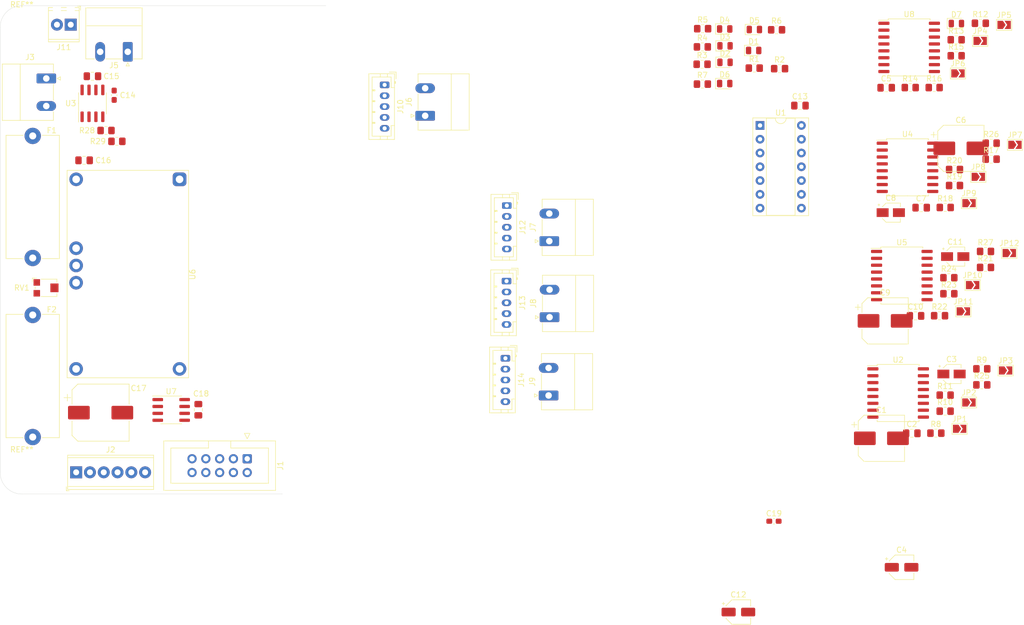
<source format=kicad_pcb>
(kicad_pcb (version 20171130) (host pcbnew 5.1.8-1.fc32)
  (layers (0 F.Cu signal) (1 In1.Cu power) (2 In2.Cu power) (31 B.Cu signal) (34 B.Paste user) (35 F.Paste user) (36 B.SilkS user) (37 F.SilkS user) (38 B.Mask user) (39 F.Mask user) (44 Edge.Cuts user))
  (net 0 "")
  (net 1 GND)
  (net 2 +5V)
  (net 3 "Net-(C3-Pad1)")
  (net 4 "Net-(C8-Pad1)")
  (net 5 "Net-(C11-Pad1)")
  (net 6 "Net-(D1-Pad2)")
  (net 7 /AU)
  (net 8 "Net-(D2-Pad2)")
  (net 9 "Net-(D3-Pad2)")
  (net 10 /EN_T1)
  (net 11 "Net-(D4-Pad2)")
  (net 12 /EN_T2)
  (net 13 "Net-(D5-Pad2)")
  (net 14 /EN_T3)
  (net 15 "Net-(D6-Pad2)")
  (net 16 /EN_T4)
  (net 17 "Net-(D7-Pad2)")
  (net 18 /IRQ)
  (net 19 +BATT)
  (net 20 "Net-(F2-Pad2)")
  (net 21 "Net-(C17-Pad1)")
  (net 22 SCL)
  (net 23 "Net-(J1-Pad8)")
  (net 24 "Net-(J1-Pad6)")
  (net 25 "Net-(J1-Pad4)")
  (net 26 SDA)
  (net 27 "Net-(J1-Pad7)")
  (net 28 "Net-(J1-Pad3)")
  (net 29 "Net-(J3-Pad2)")
  (net 30 /ANA_T1_VOLT)
  (net 31 /ANA_T1_CURRENT)
  (net 32 /ANA_T2_VOLT)
  (net 33 /ANA_T2_CURRENT)
  (net 34 /ANA_T3_VOLT)
  (net 35 /ANA_T3_CURRENT)
  (net 36 /ANA_T4_VOLT)
  (net 37 /ANA_T4_CURRENT)
  (net 38 /AnalogConverter1/A0)
  (net 39 /AnalogConverter1/A1)
  (net 40 /AnalogConverter1/A2)
  (net 41 /IOExpander1/A0)
  (net 42 /IOExpander1/A1)
  (net 43 /IOExpander1/A2)
  (net 44 /AnalogConverter2/A0)
  (net 45 /AnalogConverter2/A1)
  (net 46 /AnalogConverter2/A2)
  (net 47 /AnalogConverter3/A0)
  (net 48 /AnalogConverter3/A1)
  (net 49 /AnalogConverter3/A2)
  (net 50 "Net-(R25-Pad1)")
  (net 51 "Net-(R26-Pad1)")
  (net 52 "Net-(R27-Pad1)")
  (net 53 /ANA_BAT_VOLT)
  (net 54 "Net-(RV1-Pad2)")
  (net 55 /PIL_T2)
  (net 56 /PIL_T4)
  (net 57 /PIL_T1)
  (net 58 /PIL_T3)
  (net 59 "Net-(U2-Pad15)")
  (net 60 "Net-(U2-Pad11)")
  (net 61 /ANA_5V_CURRENT)
  (net 62 /ANA_BAT_CURRENT)
  (net 63 "Net-(C14-Pad1)")
  (net 64 "Net-(U4-Pad15)")
  (net 65 "Net-(U4-Pad11)")
  (net 66 "Net-(U5-Pad15)")
  (net 67 "Net-(U5-Pad11)")
  (net 68 "Net-(U6-Pad3)")
  (net 69 "Net-(C19-Pad1)")
  (net 70 "Net-(U8-Pad12)")
  (net 71 "Net-(U8-Pad11)")
  (net 72 "Net-(U8-Pad10)")
  (net 73 /BAT_IN)
  (module MountingHole:MountingHole_3.2mm_M3 (layer F.Cu) (at 24 106)
    (fp_text reference REF** (at 0 -4.2) (layer F.SilkS))
    (fp_text value MountingHole_3.2mm_M3)
    (pad 1 np_thru_hole circle (at 0 0) (size 3.2 3.2) (drill 3.2) (layers *.Cu *.Mask))
  )
  (module MountingHole:MountingHole_3.2mm_M3 (layer F.Cu) (at 24 24)
    (fp_text reference REF** (at 0 -4.2) (layer F.SilkS))
    (fp_text value MountingHole_3.2mm_M3)
    (pad 1 np_thru_hole circle (at 0 0) (size 3.2 3.2) (drill 3.2) (layers *.Cu *.Mask))
  )
  (module Potentiometer_SMD:Potentiometer_Bourns_TC33X_Vertical (layer F.Cu) (at 28.55 72)
    (fp_text reference RV1 (at -4.55 0) (layer F.SilkS))
    (fp_text value R_POT_US)
    (pad 2 smd rect (at 1.45 0) (size 1.5 1.6) (layers F.Cu F.Paste F.Mask) (net 54 "Net-(RV1-Pad2)"))
    (pad 3 smd rect (at -1.8 1) (size 1.2 1.2) (layers F.Cu F.Paste F.Mask) (net 1 GND))
    (pad 1 smd rect (at -1.8 -1) (size 1.2 1.2) (layers F.Cu F.Paste F.Mask) (net 19 +BATT))
  )
  (module Capacitor_SMD:CP_Elec_10x10 (layer F.Cu) (at 38.5 95)
    (fp_text reference C17 (at 7 -4.5) (layer F.SilkS))
    (fp_text value 330u)
    (pad 2 smd roundrect (at 4 0) (size 4 2.5) (layers F.Cu F.Paste F.Mask) (roundrect_rratio 0.1) (net 1 GND))
    (pad 1 smd roundrect (at -4 0) (size 4 2.5) (layers F.Cu F.Paste F.Mask) (roundrect_rratio 0.1) (net 21 "Net-(C17-Pad1)"))
  )
  (module Capacitor_SMD:C_0603_1608Metric_Pad1.08x0.95mm_HandSolder (layer F.Cu) (at 162.5 115.01)
    (fp_text reference C19 (at 0 -1.43) (layer F.SilkS))
    (fp_text value 1n)
    (pad 2 smd roundrect (at 0.8625 0) (size 1.075 0.95) (layers F.Cu F.Paste F.Mask) (net 1 GND))
    (pad 1 smd roundrect (at -0.8625 0) (size 1.075 0.95) (layers F.Cu F.Paste F.Mask) (net 69 "Net-(C19-Pad1)"))
  )
  (module Capacitor_SMD:C_0805_2012Metric_Pad1.18x1.45mm_HandSolder (layer F.Cu) (at 35.4625 48.5)
    (fp_text reference C16 (at 3.5375 0) (layer F.SilkS))
    (fp_text value 2.2u)
    (pad 2 smd roundrect (at 1.0375 0) (size 1.175 1.45) (layers F.Cu F.Paste F.Mask) (roundrect_rratio 0.212766) (net 1 GND))
    (pad 1 smd roundrect (at -1.0375 0) (size 1.175 1.45) (layers F.Cu F.Paste F.Mask) (roundrect_rratio 0.212766) (net 19 +BATT))
  )
  (module Capacitor_SMD:C_0603_1608Metric_Pad1.08x0.95mm_HandSolder (layer F.Cu) (at 41 36.5 90)
    (fp_text reference C14 (at 0 2.5 180) (layer F.SilkS))
    (fp_text value 1n)
    (pad 2 smd roundrect (at 0.8625 0 90) (size 1.075 0.95) (layers F.Cu F.Paste F.Mask) (net 1 GND))
    (pad 1 smd roundrect (at -0.8625 0 90) (size 1.075 0.95) (layers F.Cu F.Paste F.Mask) (net 63 "Net-(C14-Pad1)"))
  )
  (module Capacitor_SMD:CP_Elec_8x6.5 (layer F.Cu) (at 182.9676 78.0876)
    (fp_text reference C9 (at 0 -5.2) (layer F.SilkS))
    (fp_text value 100u)
    (pad 2 smd roundrect (at 3.05 0) (size 4 2.5) (layers F.Cu F.Paste F.Mask) (roundrect_rratio 0.1) (net 1 GND))
    (pad 1 smd roundrect (at -3.05 0) (size 4 2.5) (layers F.Cu F.Paste F.Mask) (roundrect_rratio 0.1) (net 2 +5V))
  )
  (module Capacitor_SMD:CP_Elec_8x6.5 (layer F.Cu) (at 196.9208 46.2892)
    (fp_text reference C6 (at 0 -5.2) (layer F.SilkS))
    (fp_text value 100u)
    (pad 2 smd roundrect (at 3.05 0) (size 4 2.5) (layers F.Cu F.Paste F.Mask) (roundrect_rratio 0.1) (net 1 GND))
    (pad 1 smd roundrect (at -3.05 0) (size 4 2.5) (layers F.Cu F.Paste F.Mask) (roundrect_rratio 0.1) (net 2 +5V))
  )
  (module Capacitor_SMD:CP_Elec_8x6.5 (layer F.Cu) (at 182.2848 99.7284)
    (fp_text reference C1 (at 0 -5.2) (layer F.SilkS))
    (fp_text value 100u)
    (pad 2 smd roundrect (at 3.05 0) (size 4 2.5) (layers F.Cu F.Paste F.Mask) (roundrect_rratio 0.1) (net 1 GND))
    (pad 1 smd roundrect (at -3.05 0) (size 4 2.5) (layers F.Cu F.Paste F.Mask) (roundrect_rratio 0.1) (net 2 +5V))
  )
  (module Resistor_SMD:R_0805_2012Metric_Pad1.20x1.40mm_HandSolder (layer F.Cu) (at 41.5 45)
    (fp_text reference R29 (at -3.5 0) (layer F.SilkS))
    (fp_text value 130k)
    (pad 2 smd roundrect (at 1 0) (size 1.2 1.4) (layers F.Cu F.Paste F.Mask) (roundrect_rratio 0.208333) (net 1 GND))
    (pad 1 smd roundrect (at -1 0) (size 1.2 1.4) (layers F.Cu F.Paste F.Mask) (roundrect_rratio 0.208333) (net 53 /ANA_BAT_VOLT))
  )
  (module Resistor_SMD:R_0805_2012Metric_Pad1.20x1.40mm_HandSolder (layer F.Cu) (at 39.5 43)
    (fp_text reference R28 (at -3.5 0) (layer F.SilkS))
    (fp_text value 820k)
    (pad 2 smd roundrect (at 1 0) (size 1.2 1.4) (layers F.Cu F.Paste F.Mask) (roundrect_rratio 0.208333) (net 53 /ANA_BAT_VOLT))
    (pad 1 smd roundrect (at -1 0) (size 1.2 1.4) (layers F.Cu F.Paste F.Mask) (roundrect_rratio 0.208333) (net 73 /BAT_IN))
  )
  (module Resistor_SMD:R_0805_2012Metric_Pad1.20x1.40mm_HandSolder (layer F.Cu) (at 201.4576 65.2876)
    (fp_text reference R27 (at 0 -1.65) (layer F.SilkS))
    (fp_text value 10k)
    (pad 2 smd roundrect (at 1 0) (size 1.2 1.4) (layers F.Cu F.Paste F.Mask) (roundrect_rratio 0.208333) (net 1 GND))
    (pad 1 smd roundrect (at -1 0) (size 1.2 1.4) (layers F.Cu F.Paste F.Mask) (roundrect_rratio 0.208333) (net 52 "Net-(R27-Pad1)"))
  )
  (module Resistor_SMD:R_0805_2012Metric_Pad1.20x1.40mm_HandSolder (layer F.Cu) (at 202.5008 45.3392)
    (fp_text reference R26 (at 0 -1.65) (layer F.SilkS))
    (fp_text value 10k)
    (pad 2 smd roundrect (at 1 0) (size 1.2 1.4) (layers F.Cu F.Paste F.Mask) (roundrect_rratio 0.208333) (net 1 GND))
    (pad 1 smd roundrect (at -1 0) (size 1.2 1.4) (layers F.Cu F.Paste F.Mask) (roundrect_rratio 0.208333) (net 51 "Net-(R26-Pad1)"))
  )
  (module Resistor_SMD:R_0805_2012Metric_Pad1.20x1.40mm_HandSolder (layer F.Cu) (at 200.7748 89.8784)
    (fp_text reference R25 (at 0 -1.65) (layer F.SilkS))
    (fp_text value 10k)
    (pad 2 smd roundrect (at 1 0) (size 1.2 1.4) (layers F.Cu F.Paste F.Mask) (roundrect_rratio 0.208333) (net 1 GND))
    (pad 1 smd roundrect (at -1 0) (size 1.2 1.4) (layers F.Cu F.Paste F.Mask) (roundrect_rratio 0.208333) (net 50 "Net-(R25-Pad1)"))
  )
  (module Resistor_SMD:R_0805_2012Metric_Pad1.20x1.40mm_HandSolder (layer F.Cu) (at 194.7076 70.1376)
    (fp_text reference R24 (at 0 -1.65) (layer F.SilkS))
    (fp_text value 10k)
    (pad 2 smd roundrect (at 1 0) (size 1.2 1.4) (layers F.Cu F.Paste F.Mask) (roundrect_rratio 0.208333) (net 5 "Net-(C11-Pad1)"))
    (pad 1 smd roundrect (at -1 0) (size 1.2 1.4) (layers F.Cu F.Paste F.Mask) (roundrect_rratio 0.208333) (net 2 +5V))
  )
  (module Resistor_SMD:R_0805_2012Metric_Pad1.20x1.40mm_HandSolder (layer F.Cu) (at 194.7076 73.0876)
    (fp_text reference R23 (at 0 -1.65) (layer F.SilkS))
    (fp_text value 10k)
    (pad 2 smd roundrect (at 1 0) (size 1.2 1.4) (layers F.Cu F.Paste F.Mask) (roundrect_rratio 0.208333) (net 49 /AnalogConverter3/A2))
    (pad 1 smd roundrect (at -1 0) (size 1.2 1.4) (layers F.Cu F.Paste F.Mask) (roundrect_rratio 0.208333) (net 2 +5V))
  )
  (module Resistor_SMD:R_0805_2012Metric_Pad1.20x1.40mm_HandSolder (layer F.Cu) (at 192.9976 77.1376)
    (fp_text reference R22 (at 0 -1.65) (layer F.SilkS))
    (fp_text value 10k)
    (pad 2 smd roundrect (at 1 0) (size 1.2 1.4) (layers F.Cu F.Paste F.Mask) (roundrect_rratio 0.208333) (net 48 /AnalogConverter3/A1))
    (pad 1 smd roundrect (at -1 0) (size 1.2 1.4) (layers F.Cu F.Paste F.Mask) (roundrect_rratio 0.208333) (net 2 +5V))
  )
  (module Resistor_SMD:R_0805_2012Metric_Pad1.20x1.40mm_HandSolder (layer F.Cu) (at 201.4576 68.2376)
    (fp_text reference R21 (at 0 -1.65) (layer F.SilkS))
    (fp_text value 10k)
    (pad 2 smd roundrect (at 1 0) (size 1.2 1.4) (layers F.Cu F.Paste F.Mask) (roundrect_rratio 0.208333) (net 47 /AnalogConverter3/A0))
    (pad 1 smd roundrect (at -1 0) (size 1.2 1.4) (layers F.Cu F.Paste F.Mask) (roundrect_rratio 0.208333) (net 2 +5V))
  )
  (module Resistor_SMD:R_0805_2012Metric_Pad1.20x1.40mm_HandSolder (layer F.Cu) (at 195.7508 50.1892)
    (fp_text reference R20 (at 0 -1.65) (layer F.SilkS))
    (fp_text value 10k)
    (pad 2 smd roundrect (at 1 0) (size 1.2 1.4) (layers F.Cu F.Paste F.Mask) (roundrect_rratio 0.208333) (net 4 "Net-(C8-Pad1)"))
    (pad 1 smd roundrect (at -1 0) (size 1.2 1.4) (layers F.Cu F.Paste F.Mask) (roundrect_rratio 0.208333) (net 2 +5V))
  )
  (module Resistor_SMD:R_0805_2012Metric_Pad1.20x1.40mm_HandSolder (layer F.Cu) (at 195.7508 53.1392)
    (fp_text reference R19 (at 0 -1.65) (layer F.SilkS))
    (fp_text value 10k)
    (pad 2 smd roundrect (at 1 0) (size 1.2 1.4) (layers F.Cu F.Paste F.Mask) (roundrect_rratio 0.208333) (net 46 /AnalogConverter2/A2))
    (pad 1 smd roundrect (at -1 0) (size 1.2 1.4) (layers F.Cu F.Paste F.Mask) (roundrect_rratio 0.208333) (net 2 +5V))
  )
  (module Resistor_SMD:R_0805_2012Metric_Pad1.20x1.40mm_HandSolder (layer F.Cu) (at 194.0408 57.1892)
    (fp_text reference R18 (at 0 -1.65) (layer F.SilkS))
    (fp_text value 10k)
    (pad 2 smd roundrect (at 1 0) (size 1.2 1.4) (layers F.Cu F.Paste F.Mask) (roundrect_rratio 0.208333) (net 45 /AnalogConverter2/A1))
    (pad 1 smd roundrect (at -1 0) (size 1.2 1.4) (layers F.Cu F.Paste F.Mask) (roundrect_rratio 0.208333) (net 2 +5V))
  )
  (module Resistor_SMD:R_0805_2012Metric_Pad1.20x1.40mm_HandSolder (layer F.Cu) (at 202.5008 48.2892)
    (fp_text reference R17 (at 0 -1.65) (layer F.SilkS))
    (fp_text value 10k)
    (pad 2 smd roundrect (at 1 0) (size 1.2 1.4) (layers F.Cu F.Paste F.Mask) (roundrect_rratio 0.208333) (net 44 /AnalogConverter2/A0))
    (pad 1 smd roundrect (at -1 0) (size 1.2 1.4) (layers F.Cu F.Paste F.Mask) (roundrect_rratio 0.208333) (net 2 +5V))
  )
  (module Resistor_SMD:R_0805_2012Metric_Pad1.20x1.40mm_HandSolder (layer F.Cu) (at 192.0056 35.0892)
    (fp_text reference R16 (at 0 -1.65) (layer F.SilkS))
    (fp_text value 10k)
    (pad 2 smd roundrect (at 1 0) (size 1.2 1.4) (layers F.Cu F.Paste F.Mask) (roundrect_rratio 0.208333) (net 43 /IOExpander1/A2))
    (pad 1 smd roundrect (at -1 0) (size 1.2 1.4) (layers F.Cu F.Paste F.Mask) (roundrect_rratio 0.208333) (net 2 +5V))
  )
  (module Resistor_SMD:R_0805_2012Metric_Pad1.20x1.40mm_HandSolder (layer F.Cu) (at 196.0556 29.2292)
    (fp_text reference R15 (at 0 -1.65) (layer F.SilkS))
    (fp_text value 10k)
    (pad 2 smd roundrect (at 1 0) (size 1.2 1.4) (layers F.Cu F.Paste F.Mask) (roundrect_rratio 0.208333) (net 42 /IOExpander1/A1))
    (pad 1 smd roundrect (at -1 0) (size 1.2 1.4) (layers F.Cu F.Paste F.Mask) (roundrect_rratio 0.208333) (net 2 +5V))
  )
  (module Resistor_SMD:R_0805_2012Metric_Pad1.20x1.40mm_HandSolder (layer F.Cu) (at 187.5956 35.0892)
    (fp_text reference R14 (at 0 -1.65) (layer F.SilkS))
    (fp_text value 10k)
    (pad 2 smd roundrect (at 1 0) (size 1.2 1.4) (layers F.Cu F.Paste F.Mask) (roundrect_rratio 0.208333) (net 41 /IOExpander1/A0))
    (pad 1 smd roundrect (at -1 0) (size 1.2 1.4) (layers F.Cu F.Paste F.Mask) (roundrect_rratio 0.208333) (net 2 +5V))
  )
  (module Resistor_SMD:R_0805_2012Metric_Pad1.20x1.40mm_HandSolder (layer F.Cu) (at 196.0556 26.2792)
    (fp_text reference R13 (at 0 -1.65) (layer F.SilkS))
    (fp_text value 10k)
    (pad 2 smd roundrect (at 1 0) (size 1.2 1.4) (layers F.Cu F.Paste F.Mask) (roundrect_rratio 0.208333) (net 18 /IRQ))
    (pad 1 smd roundrect (at -1 0) (size 1.2 1.4) (layers F.Cu F.Paste F.Mask) (roundrect_rratio 0.208333) (net 2 +5V))
  )
  (module Resistor_SMD:R_0805_2012Metric_Pad1.20x1.40mm_HandSolder (layer F.Cu) (at 200.5056 23.2392)
    (fp_text reference R12 (at 0 -1.65) (layer F.SilkS))
    (fp_text value 150)
    (pad 2 smd roundrect (at 1 0) (size 1.2 1.4) (layers F.Cu F.Paste F.Mask) (roundrect_rratio 0.208333) (net 17 "Net-(D7-Pad2)"))
    (pad 1 smd roundrect (at -1 0) (size 1.2 1.4) (layers F.Cu F.Paste F.Mask) (roundrect_rratio 0.208333) (net 2 +5V))
  )
  (module Resistor_SMD:R_0805_2012Metric_Pad1.20x1.40mm_HandSolder (layer F.Cu) (at 194.0248 91.7784)
    (fp_text reference R11 (at 0 -1.65) (layer F.SilkS))
    (fp_text value 10k)
    (pad 2 smd roundrect (at 1 0) (size 1.2 1.4) (layers F.Cu F.Paste F.Mask) (roundrect_rratio 0.208333) (net 3 "Net-(C3-Pad1)"))
    (pad 1 smd roundrect (at -1 0) (size 1.2 1.4) (layers F.Cu F.Paste F.Mask) (roundrect_rratio 0.208333) (net 2 +5V))
  )
  (module Resistor_SMD:R_0805_2012Metric_Pad1.20x1.40mm_HandSolder (layer F.Cu) (at 194.0248 94.7284)
    (fp_text reference R10 (at 0 -1.65) (layer F.SilkS))
    (fp_text value 10k)
    (pad 2 smd roundrect (at 1 0) (size 1.2 1.4) (layers F.Cu F.Paste F.Mask) (roundrect_rratio 0.208333) (net 40 /AnalogConverter1/A2))
    (pad 1 smd roundrect (at -1 0) (size 1.2 1.4) (layers F.Cu F.Paste F.Mask) (roundrect_rratio 0.208333) (net 2 +5V))
  )
  (module Resistor_SMD:R_0805_2012Metric_Pad1.20x1.40mm_HandSolder (layer F.Cu) (at 200.7748 86.9284)
    (fp_text reference R9 (at 0 -1.65) (layer F.SilkS))
    (fp_text value 10k)
    (pad 2 smd roundrect (at 1 0) (size 1.2 1.4) (layers F.Cu F.Paste F.Mask) (roundrect_rratio 0.208333) (net 39 /AnalogConverter1/A1))
    (pad 1 smd roundrect (at -1 0) (size 1.2 1.4) (layers F.Cu F.Paste F.Mask) (roundrect_rratio 0.208333) (net 2 +5V))
  )
  (module Resistor_SMD:R_0805_2012Metric_Pad1.20x1.40mm_HandSolder (layer F.Cu) (at 192.3148 98.7784)
    (fp_text reference R8 (at 0 -1.65) (layer F.SilkS))
    (fp_text value 10k)
    (pad 2 smd roundrect (at 1 0) (size 1.2 1.4) (layers F.Cu F.Paste F.Mask) (roundrect_rratio 0.208333) (net 38 /AnalogConverter1/A0))
    (pad 1 smd roundrect (at -1 0) (size 1.2 1.4) (layers F.Cu F.Paste F.Mask) (roundrect_rratio 0.208333) (net 2 +5V))
  )
  (module Resistor_SMD:R_0805_2012Metric_Pad1.20x1.40mm_HandSolder (layer F.Cu) (at 149.3175 34.4504)
    (fp_text reference R7 (at 0 -1.65) (layer F.SilkS))
    (fp_text value 180)
    (pad 2 smd roundrect (at 1 0) (size 1.2 1.4) (layers F.Cu F.Paste F.Mask) (roundrect_rratio 0.208333) (net 15 "Net-(D6-Pad2)"))
    (pad 1 smd roundrect (at -1 0) (size 1.2 1.4) (layers F.Cu F.Paste F.Mask) (roundrect_rratio 0.208333) (net 2 +5V))
  )
  (module Resistor_SMD:R_0805_2012Metric_Pad1.20x1.40mm_HandSolder (layer F.Cu) (at 162.9827 24.4428)
    (fp_text reference R6 (at 0 -1.65) (layer F.SilkS))
    (fp_text value 180)
    (pad 2 smd roundrect (at 1 0) (size 1.2 1.4) (layers F.Cu F.Paste F.Mask) (roundrect_rratio 0.208333) (net 13 "Net-(D5-Pad2)"))
    (pad 1 smd roundrect (at -1 0) (size 1.2 1.4) (layers F.Cu F.Paste F.Mask) (roundrect_rratio 0.208333) (net 2 +5V))
  )
  (module Resistor_SMD:R_0805_2012Metric_Pad1.20x1.40mm_HandSolder (layer F.Cu) (at 149.3683 24.2396)
    (fp_text reference R5 (at 0 -1.65) (layer F.SilkS))
    (fp_text value 180)
    (pad 2 smd roundrect (at 1 0) (size 1.2 1.4) (layers F.Cu F.Paste F.Mask) (roundrect_rratio 0.208333) (net 11 "Net-(D4-Pad2)"))
    (pad 1 smd roundrect (at -1 0) (size 1.2 1.4) (layers F.Cu F.Paste F.Mask) (roundrect_rratio 0.208333) (net 2 +5V))
  )
  (module Resistor_SMD:R_0805_2012Metric_Pad1.20x1.40mm_HandSolder (layer F.Cu) (at 149.3137 27.5924)
    (fp_text reference R4 (at 0 -1.65) (layer F.SilkS))
    (fp_text value 180)
    (pad 2 smd roundrect (at 1 0) (size 1.2 1.4) (layers F.Cu F.Paste F.Mask) (roundrect_rratio 0.208333) (net 9 "Net-(D3-Pad2)"))
    (pad 1 smd roundrect (at -1 0) (size 1.2 1.4) (layers F.Cu F.Paste F.Mask) (roundrect_rratio 0.208333) (net 2 +5V))
  )
  (module Resistor_SMD:R_0805_2012Metric_Pad1.20x1.40mm_HandSolder (layer F.Cu) (at 149.2667 30.7928)
    (fp_text reference R3 (at 0 -1.65) (layer F.SilkS))
    (fp_text value 150)
    (pad 2 smd roundrect (at 1 0) (size 1.2 1.4) (layers F.Cu F.Paste F.Mask) (roundrect_rratio 0.208333) (net 8 "Net-(D2-Pad2)"))
    (pad 1 smd roundrect (at -1 0) (size 1.2 1.4) (layers F.Cu F.Paste F.Mask) (roundrect_rratio 0.208333) (net 2 +5V))
  )
  (module Resistor_SMD:R_0805_2012Metric_Pad1.20x1.40mm_HandSolder (layer F.Cu) (at 163.5377 31.6056)
    (fp_text reference R2 (at 0 -1.65) (layer F.SilkS))
    (fp_text value 220)
    (pad 2 smd roundrect (at 1 0) (size 1.2 1.4) (layers F.Cu F.Paste F.Mask) (roundrect_rratio 0.208333) (net 6 "Net-(D1-Pad2)"))
    (pad 1 smd roundrect (at -1 0) (size 1.2 1.4) (layers F.Cu F.Paste F.Mask) (roundrect_rratio 0.208333) (net 2 +5V))
  )
  (module Resistor_SMD:R_0805_2012Metric_Pad1.20x1.40mm_HandSolder (layer F.Cu) (at 158.8679 31.504)
    (fp_text reference R1 (at 0 -1.65) (layer F.SilkS))
    (fp_text value 10k)
    (pad 2 smd roundrect (at 1 0) (size 1.2 1.4) (layers F.Cu F.Paste F.Mask) (roundrect_rratio 0.208333) (net 7 /AU))
    (pad 1 smd roundrect (at -1 0) (size 1.2 1.4) (layers F.Cu F.Paste F.Mask) (roundrect_rratio 0.208333) (net 2 +5V))
  )
  (module TerminalBlock_Phoenix:TerminalBlock_Phoenix_MPT-0,5-6-2.54_1x06_P2.54mm_Horizontal (layer F.Cu) (at 34 106)
    (fp_text reference J2 (at 6.35 -4.16) (layer F.SilkS))
    (fp_text value 5V)
    (pad 6 thru_hole circle (at 12.7 0) (size 2.2 2.2) (drill 1.1) (layers *.Cu *.Mask) (net 1 GND))
    (pad 5 thru_hole circle (at 10.16 0) (size 2.2 2.2) (drill 1.1) (layers *.Cu *.Mask) (net 1 GND))
    (pad 4 thru_hole circle (at 7.62 0) (size 2.2 2.2) (drill 1.1) (layers *.Cu *.Mask) (net 1 GND))
    (pad 3 thru_hole circle (at 5.08 0) (size 2.2 2.2) (drill 1.1) (layers *.Cu *.Mask) (net 2 +5V))
    (pad 2 thru_hole circle (at 2.54 0) (size 2.2 2.2) (drill 1.1) (layers *.Cu *.Mask) (net 2 +5V))
    (pad 1 thru_hole rect (at 0 0) (size 2.2 2.2) (drill 1.1) (layers *.Cu *.Mask) (net 2 +5V))
  )
  (module Capacitor_SMD:C_0805_2012Metric_Pad1.18x1.45mm_HandSolder (layer F.Cu) (at 56.5 94.4625 90)
    (fp_text reference C18 (at 2.9625 0.5 180) (layer F.SilkS))
    (fp_text value 100n)
    (pad 2 smd roundrect (at 1.0375 0 90) (size 1.175 1.45) (layers F.Cu F.Paste F.Mask) (roundrect_rratio 0.212766) (net 2 +5V))
    (pad 1 smd roundrect (at -1.0375 0 90) (size 1.175 1.45) (layers F.Cu F.Paste F.Mask) (roundrect_rratio 0.212766) (net 1 GND))
  )
  (module Capacitor_SMD:C_0805_2012Metric_Pad1.18x1.45mm_HandSolder (layer F.Cu) (at 37 33 180)
    (fp_text reference C15 (at -3.5 0) (layer F.SilkS))
    (fp_text value 100n)
    (pad 2 smd roundrect (at 1.0375 0 180) (size 1.175 1.45) (layers F.Cu F.Paste F.Mask) (roundrect_rratio 0.212766) (net 2 +5V))
    (pad 1 smd roundrect (at -1.0375 0 180) (size 1.175 1.45) (layers F.Cu F.Paste F.Mask) (roundrect_rratio 0.212766) (net 1 GND))
  )
  (module Capacitor_SMD:C_0805_2012Metric_Pad1.18x1.45mm_HandSolder (layer F.Cu) (at 167.2836 38.4128)
    (fp_text reference C13 (at 0 -1.68) (layer F.SilkS))
    (fp_text value 100n)
    (pad 2 smd roundrect (at 1.0375 0) (size 1.175 1.45) (layers F.Cu F.Paste F.Mask) (roundrect_rratio 0.212766) (net 1 GND))
    (pad 1 smd roundrect (at -1.0375 0) (size 1.175 1.45) (layers F.Cu F.Paste F.Mask) (roundrect_rratio 0.212766) (net 2 +5V))
  )
  (module Capacitor_SMD:CP_Elec_4x5.3 (layer F.Cu) (at 155.95 131.75)
    (fp_text reference C12 (at 0 -3.2) (layer F.SilkS))
    (fp_text value 1u)
    (pad 2 smd roundrect (at 1.8 0) (size 2.6 1.6) (layers F.Cu F.Paste F.Mask) (roundrect_rratio 0.15625) (net 1 GND))
    (pad 1 smd roundrect (at -1.8 0) (size 2.6 1.6) (layers F.Cu F.Paste F.Mask) (roundrect_rratio 0.15625) (net 2 +5V))
  )
  (module Capacitor_SMD:C_0805_2012Metric_Pad1.18x1.45mm_HandSolder (layer F.Cu) (at 188.5676 77.1676)
    (fp_text reference C10 (at 0 -1.68) (layer F.SilkS))
    (fp_text value 100n)
    (pad 2 smd roundrect (at 1.0375 0) (size 1.175 1.45) (layers F.Cu F.Paste F.Mask) (roundrect_rratio 0.212766) (net 1 GND))
    (pad 1 smd roundrect (at -1.0375 0) (size 1.175 1.45) (layers F.Cu F.Paste F.Mask) (roundrect_rratio 0.212766) (net 2 +5V))
  )
  (module Capacitor_SMD:C_0805_2012Metric_Pad1.18x1.45mm_HandSolder (layer F.Cu) (at 189.6108 57.2192)
    (fp_text reference C7 (at 0 -1.68) (layer F.SilkS))
    (fp_text value 100n)
    (pad 2 smd roundrect (at 1.0375 0) (size 1.175 1.45) (layers F.Cu F.Paste F.Mask) (roundrect_rratio 0.212766) (net 1 GND))
    (pad 1 smd roundrect (at -1.0375 0) (size 1.175 1.45) (layers F.Cu F.Paste F.Mask) (roundrect_rratio 0.212766) (net 2 +5V))
  )
  (module Capacitor_SMD:C_0805_2012Metric_Pad1.18x1.45mm_HandSolder (layer F.Cu) (at 183.1656 35.1192)
    (fp_text reference C5 (at 0 -1.68) (layer F.SilkS))
    (fp_text value 100n)
    (pad 2 smd roundrect (at 1.0375 0) (size 1.175 1.45) (layers F.Cu F.Paste F.Mask) (roundrect_rratio 0.212766) (net 1 GND))
    (pad 1 smd roundrect (at -1.0375 0) (size 1.175 1.45) (layers F.Cu F.Paste F.Mask) (roundrect_rratio 0.212766) (net 2 +5V))
  )
  (module Capacitor_SMD:CP_Elec_4x5.3 (layer F.Cu) (at 186 123.5)
    (fp_text reference C4 (at 0 -3.2) (layer F.SilkS))
    (fp_text value 1u)
    (pad 2 smd roundrect (at 1.8 0) (size 2.6 1.6) (layers F.Cu F.Paste F.Mask) (roundrect_rratio 0.15625) (net 1 GND))
    (pad 1 smd roundrect (at -1.8 0) (size 2.6 1.6) (layers F.Cu F.Paste F.Mask) (roundrect_rratio 0.15625) (net 2 +5V))
  )
  (module Capacitor_SMD:C_0805_2012Metric_Pad1.18x1.45mm_HandSolder (layer F.Cu) (at 187.8848 98.8084)
    (fp_text reference C2 (at 0 -1.68) (layer F.SilkS))
    (fp_text value 100n)
    (pad 2 smd roundrect (at 1.0375 0) (size 1.175 1.45) (layers F.Cu F.Paste F.Mask) (roundrect_rratio 0.212766) (net 1 GND))
    (pad 1 smd roundrect (at -1.0375 0) (size 1.175 1.45) (layers F.Cu F.Paste F.Mask) (roundrect_rratio 0.212766) (net 2 +5V))
  )
  (module Connector_JST:JST_PH_B5B-PH-K_1x05_P2.00mm_Vertical (layer F.Cu) (at 113.0496 84.9808 270)
    (fp_text reference J14 (at 4 -2.9 90) (layer F.SilkS))
    (fp_text value Interf-Reg4)
    (pad 5 thru_hole oval (at 8 0 270) (size 1.2 1.75) (drill 0.75) (layers *.Cu *.Mask) (net 1 GND))
    (pad 4 thru_hole oval (at 6 0 270) (size 1.2 1.75) (drill 0.75) (layers *.Cu *.Mask) (net 36 /ANA_T4_VOLT))
    (pad 3 thru_hole oval (at 4 0 270) (size 1.2 1.75) (drill 0.75) (layers *.Cu *.Mask) (net 37 /ANA_T4_CURRENT))
    (pad 2 thru_hole oval (at 2 0 270) (size 1.2 1.75) (drill 0.75) (layers *.Cu *.Mask) (net 16 /EN_T4))
    (pad 1 thru_hole roundrect (at 0 0 270) (size 1.2 1.75) (drill 0.75) (layers *.Cu *.Mask) (roundrect_rratio 0.208333) (net 2 +5V))
  )
  (module Connector_JST:JST_PH_B5B-PH-K_1x05_P2.00mm_Vertical (layer F.Cu) (at 113.2528 70.7568 270)
    (fp_text reference J13 (at 4 -2.9 90) (layer F.SilkS))
    (fp_text value Interf-Reg3)
    (pad 5 thru_hole oval (at 8 0 270) (size 1.2 1.75) (drill 0.75) (layers *.Cu *.Mask) (net 1 GND))
    (pad 4 thru_hole oval (at 6 0 270) (size 1.2 1.75) (drill 0.75) (layers *.Cu *.Mask) (net 34 /ANA_T3_VOLT))
    (pad 3 thru_hole oval (at 4 0 270) (size 1.2 1.75) (drill 0.75) (layers *.Cu *.Mask) (net 35 /ANA_T3_CURRENT))
    (pad 2 thru_hole oval (at 2 0 270) (size 1.2 1.75) (drill 0.75) (layers *.Cu *.Mask) (net 14 /EN_T3))
    (pad 1 thru_hole roundrect (at 0 0 270) (size 1.2 1.75) (drill 0.75) (layers *.Cu *.Mask) (roundrect_rratio 0.208333) (net 2 +5V))
  )
  (module Connector_JST:JST_PH_B5B-PH-K_1x05_P2.00mm_Vertical (layer F.Cu) (at 113.3036 56.8376 270)
    (fp_text reference J12 (at 4 -2.9 90) (layer F.SilkS))
    (fp_text value Interf-Reg2)
    (pad 5 thru_hole oval (at 8 0 270) (size 1.2 1.75) (drill 0.75) (layers *.Cu *.Mask) (net 1 GND))
    (pad 4 thru_hole oval (at 6 0 270) (size 1.2 1.75) (drill 0.75) (layers *.Cu *.Mask) (net 32 /ANA_T2_VOLT))
    (pad 3 thru_hole oval (at 4 0 270) (size 1.2 1.75) (drill 0.75) (layers *.Cu *.Mask) (net 33 /ANA_T2_CURRENT))
    (pad 2 thru_hole oval (at 2 0 270) (size 1.2 1.75) (drill 0.75) (layers *.Cu *.Mask) (net 12 /EN_T2))
    (pad 1 thru_hole roundrect (at 0 0 270) (size 1.2 1.75) (drill 0.75) (layers *.Cu *.Mask) (roundrect_rratio 0.208333) (net 2 +5V))
  )
  (module Connector_JST:JST_PH_B5B-PH-K_1x05_P2.00mm_Vertical (layer F.Cu) (at 90.8036 34.5976 270)
    (fp_text reference J10 (at 4 -2.9 90) (layer F.SilkS))
    (fp_text value Interf-Reg1)
    (pad 5 thru_hole oval (at 8 0 270) (size 1.2 1.75) (drill 0.75) (layers *.Cu *.Mask) (net 1 GND))
    (pad 4 thru_hole oval (at 6 0 270) (size 1.2 1.75) (drill 0.75) (layers *.Cu *.Mask) (net 30 /ANA_T1_VOLT))
    (pad 3 thru_hole oval (at 4 0 270) (size 1.2 1.75) (drill 0.75) (layers *.Cu *.Mask) (net 31 /ANA_T1_CURRENT))
    (pad 2 thru_hole oval (at 2 0 270) (size 1.2 1.75) (drill 0.75) (layers *.Cu *.Mask) (net 10 /EN_T1))
    (pad 1 thru_hole roundrect (at 0 0 270) (size 1.2 1.75) (drill 0.75) (layers *.Cu *.Mask) (roundrect_rratio 0.208333) (net 2 +5V))
  )
  (module ARIG:Texas_EUK_R-PDSS-T7_THT (layer F.Cu) (at 53.04 52 270)
    (fp_text reference U6 (at 17.53 -2.4 90) (layer F.SilkS))
    (fp_text value PTN78020W_EUK-7)
    (pad 7 thru_hole circle (at 34.94 0 270) (size 2.5 2.5) (drill 1.4) (layers *.Cu *.Mask) (net 1 GND))
    (pad 6 thru_hole circle (at 34.94 19.05 270) (size 2.5 2.5) (drill 1.4) (layers *.Cu *.Mask) (net 21 "Net-(C17-Pad1)"))
    (pad 5 thru_hole circle (at 19.06 19.05 270) (size 2.5 2.5) (drill 1.4) (layers *.Cu *.Mask) (net 21 "Net-(C17-Pad1)"))
    (pad 4 thru_hole circle (at 15.88 19.04 270) (size 2.5 2.5) (drill 1.4) (layers *.Cu *.Mask) (net 54 "Net-(RV1-Pad2)"))
    (pad 1 thru_hole roundrect (at 0 0 270) (size 2.5 2.5) (drill 1.4) (layers *.Cu *.Mask) (net 1 GND))
    (pad 2 thru_hole circle (at 0 19.04 270) (size 2.5 2.5) (drill 1.4) (layers *.Cu *.Mask) (net 19 +BATT))
    (pad 3 thru_hole circle (at 12.7 19.05 270) (size 2.5 2.5) (drill 1.4) (layers *.Cu *.Mask) (net 68 "Net-(U6-Pad3)"))
  )
  (module Connector_Phoenix_MC_HighVoltage:PhoenixContact_MC_1,5_2-G-5.08_1x02_P5.08mm_Horizontal (layer F.Cu) (at 28.5 33.4104 270)
    (fp_text reference J3 (at -3.9104 3 180) (layer F.SilkS))
    (fp_text value "Bat. IN")
    (pad 2 thru_hole oval (at 5.08 0 270) (size 1.8 3.6) (drill 1.2) (layers *.Cu *.Mask) (net 29 "Net-(J3-Pad2)"))
    (pad 1 thru_hole roundrect (at 0 0 270) (size 1.8 3.6) (drill 1.2) (layers *.Cu *.Mask) (roundrect_rratio 0.138889) (net 1 GND))
  )
  (module Package_SO:SOIC-16W_7.5x10.3mm_P1.27mm (layer F.Cu) (at 187.3956 27.6892)
    (fp_text reference U8 (at 0 -6.1) (layer F.SilkS))
    (fp_text value PCF8574A)
    (pad 16 smd roundrect (at 4.65 -4.445) (size 2.05 0.6) (layers F.Cu F.Paste F.Mask) (net 2 +5V))
    (pad 15 smd roundrect (at 4.65 -3.175) (size 2.05 0.6) (layers F.Cu F.Paste F.Mask) (net 26 SDA))
    (pad 14 smd roundrect (at 4.65 -1.905) (size 2.05 0.6) (layers F.Cu F.Paste F.Mask) (net 22 SCL))
    (pad 13 smd roundrect (at 4.65 -0.635) (size 2.05 0.6) (layers F.Cu F.Paste F.Mask) (net 18 /IRQ))
    (pad 12 smd roundrect (at 4.65 0.635) (size 2.05 0.6) (layers F.Cu F.Paste F.Mask) (net 70 "Net-(U8-Pad12)"))
    (pad 11 smd roundrect (at 4.65 1.905) (size 2.05 0.6) (layers F.Cu F.Paste F.Mask) (net 71 "Net-(U8-Pad11)"))
    (pad 10 smd roundrect (at 4.65 3.175) (size 2.05 0.6) (layers F.Cu F.Paste F.Mask) (net 72 "Net-(U8-Pad10)"))
    (pad 9 smd roundrect (at 4.65 4.445) (size 2.05 0.6) (layers F.Cu F.Paste F.Mask) (net 56 /PIL_T4))
    (pad 8 smd roundrect (at -4.65 4.445) (size 2.05 0.6) (layers F.Cu F.Paste F.Mask) (net 1 GND))
    (pad 7 smd roundrect (at -4.65 3.175) (size 2.05 0.6) (layers F.Cu F.Paste F.Mask) (net 58 /PIL_T3))
    (pad 6 smd roundrect (at -4.65 1.905) (size 2.05 0.6) (layers F.Cu F.Paste F.Mask) (net 55 /PIL_T2))
    (pad 5 smd roundrect (at -4.65 0.635) (size 2.05 0.6) (layers F.Cu F.Paste F.Mask) (net 57 /PIL_T1))
    (pad 4 smd roundrect (at -4.65 -0.635) (size 2.05 0.6) (layers F.Cu F.Paste F.Mask) (net 7 /AU))
    (pad 3 smd roundrect (at -4.65 -1.905) (size 2.05 0.6) (layers F.Cu F.Paste F.Mask) (net 43 /IOExpander1/A2))
    (pad 2 smd roundrect (at -4.65 -3.175) (size 2.05 0.6) (layers F.Cu F.Paste F.Mask) (net 42 /IOExpander1/A1))
    (pad 1 smd roundrect (at -4.65 -4.445) (size 2.05 0.6) (layers F.Cu F.Paste F.Mask) (net 41 /IOExpander1/A0))
  )
  (module Package_SO:SOIC-8_3.9x4.9mm_P1.27mm (layer F.Cu) (at 51.5 94.5)
    (fp_text reference U7 (at 0 -3.4) (layer F.SilkS))
    (fp_text value ACS712xLCTR-20A)
    (pad 8 smd roundrect (at 2.475 -1.905) (size 1.95 0.6) (layers F.Cu F.Paste F.Mask) (net 2 +5V))
    (pad 7 smd roundrect (at 2.475 -0.635) (size 1.95 0.6) (layers F.Cu F.Paste F.Mask) (net 61 /ANA_5V_CURRENT))
    (pad 6 smd roundrect (at 2.475 0.635) (size 1.95 0.6) (layers F.Cu F.Paste F.Mask) (net 69 "Net-(C19-Pad1)"))
    (pad 5 smd roundrect (at 2.475 1.905) (size 1.95 0.6) (layers F.Cu F.Paste F.Mask) (net 1 GND))
    (pad 4 smd roundrect (at -2.475 1.905) (size 1.95 0.6) (layers F.Cu F.Paste F.Mask) (net 20 "Net-(F2-Pad2)"))
    (pad 3 smd roundrect (at -2.475 0.635) (size 1.95 0.6) (layers F.Cu F.Paste F.Mask) (net 20 "Net-(F2-Pad2)"))
    (pad 2 smd roundrect (at -2.475 -0.635) (size 1.95 0.6) (layers F.Cu F.Paste F.Mask) (net 21 "Net-(C17-Pad1)"))
    (pad 1 smd roundrect (at -2.475 -1.905) (size 1.95 0.6) (layers F.Cu F.Paste F.Mask) (net 21 "Net-(C17-Pad1)"))
  )
  (module Package_SO:SOIC-16W_7.5x10.3mm_P1.27mm (layer F.Cu) (at 186.0476 69.7376)
    (fp_text reference U5 (at 0 -6.1) (layer F.SilkS))
    (fp_text value PCF8591)
    (pad 16 smd roundrect (at 4.65 -4.445) (size 2.05 0.6) (layers F.Cu F.Paste F.Mask) (net 2 +5V))
    (pad 15 smd roundrect (at 4.65 -3.175) (size 2.05 0.6) (layers F.Cu F.Paste F.Mask) (net 66 "Net-(U5-Pad15)"))
    (pad 14 smd roundrect (at 4.65 -1.905) (size 2.05 0.6) (layers F.Cu F.Paste F.Mask) (net 5 "Net-(C11-Pad1)"))
    (pad 13 smd roundrect (at 4.65 -0.635) (size 2.05 0.6) (layers F.Cu F.Paste F.Mask) (net 52 "Net-(R27-Pad1)"))
    (pad 12 smd roundrect (at 4.65 0.635) (size 2.05 0.6) (layers F.Cu F.Paste F.Mask) (net 1 GND))
    (pad 11 smd roundrect (at 4.65 1.905) (size 2.05 0.6) (layers F.Cu F.Paste F.Mask) (net 67 "Net-(U5-Pad11)"))
    (pad 10 smd roundrect (at 4.65 3.175) (size 2.05 0.6) (layers F.Cu F.Paste F.Mask) (net 22 SCL))
    (pad 9 smd roundrect (at 4.65 4.445) (size 2.05 0.6) (layers F.Cu F.Paste F.Mask) (net 26 SDA))
    (pad 8 smd roundrect (at -4.65 4.445) (size 2.05 0.6) (layers F.Cu F.Paste F.Mask) (net 1 GND))
    (pad 7 smd roundrect (at -4.65 3.175) (size 2.05 0.6) (layers F.Cu F.Paste F.Mask) (net 49 /AnalogConverter3/A2))
    (pad 6 smd roundrect (at -4.65 1.905) (size 2.05 0.6) (layers F.Cu F.Paste F.Mask) (net 48 /AnalogConverter3/A1))
    (pad 5 smd roundrect (at -4.65 0.635) (size 2.05 0.6) (layers F.Cu F.Paste F.Mask) (net 47 /AnalogConverter3/A0))
    (pad 4 smd roundrect (at -4.65 -0.635) (size 2.05 0.6) (layers F.Cu F.Paste F.Mask) (net 36 /ANA_T4_VOLT))
    (pad 3 smd roundrect (at -4.65 -1.905) (size 2.05 0.6) (layers F.Cu F.Paste F.Mask) (net 37 /ANA_T4_CURRENT))
    (pad 2 smd roundrect (at -4.65 -3.175) (size 2.05 0.6) (layers F.Cu F.Paste F.Mask) (net 34 /ANA_T3_VOLT))
    (pad 1 smd roundrect (at -4.65 -4.445) (size 2.05 0.6) (layers F.Cu F.Paste F.Mask) (net 35 /ANA_T3_CURRENT))
  )
  (module Package_SO:SOIC-16W_7.5x10.3mm_P1.27mm (layer F.Cu) (at 187.0908 49.7892)
    (fp_text reference U4 (at 0 -6.1) (layer F.SilkS))
    (fp_text value PCF8591)
    (pad 16 smd roundrect (at 4.65 -4.445) (size 2.05 0.6) (layers F.Cu F.Paste F.Mask) (net 2 +5V))
    (pad 15 smd roundrect (at 4.65 -3.175) (size 2.05 0.6) (layers F.Cu F.Paste F.Mask) (net 64 "Net-(U4-Pad15)"))
    (pad 14 smd roundrect (at 4.65 -1.905) (size 2.05 0.6) (layers F.Cu F.Paste F.Mask) (net 4 "Net-(C8-Pad1)"))
    (pad 13 smd roundrect (at 4.65 -0.635) (size 2.05 0.6) (layers F.Cu F.Paste F.Mask) (net 51 "Net-(R26-Pad1)"))
    (pad 12 smd roundrect (at 4.65 0.635) (size 2.05 0.6) (layers F.Cu F.Paste F.Mask) (net 1 GND))
    (pad 11 smd roundrect (at 4.65 1.905) (size 2.05 0.6) (layers F.Cu F.Paste F.Mask) (net 65 "Net-(U4-Pad11)"))
    (pad 10 smd roundrect (at 4.65 3.175) (size 2.05 0.6) (layers F.Cu F.Paste F.Mask) (net 22 SCL))
    (pad 9 smd roundrect (at 4.65 4.445) (size 2.05 0.6) (layers F.Cu F.Paste F.Mask) (net 26 SDA))
    (pad 8 smd roundrect (at -4.65 4.445) (size 2.05 0.6) (layers F.Cu F.Paste F.Mask) (net 1 GND))
    (pad 7 smd roundrect (at -4.65 3.175) (size 2.05 0.6) (layers F.Cu F.Paste F.Mask) (net 46 /AnalogConverter2/A2))
    (pad 6 smd roundrect (at -4.65 1.905) (size 2.05 0.6) (layers F.Cu F.Paste F.Mask) (net 45 /AnalogConverter2/A1))
    (pad 5 smd roundrect (at -4.65 0.635) (size 2.05 0.6) (layers F.Cu F.Paste F.Mask) (net 44 /AnalogConverter2/A0))
    (pad 4 smd roundrect (at -4.65 -0.635) (size 2.05 0.6) (layers F.Cu F.Paste F.Mask) (net 32 /ANA_T2_VOLT))
    (pad 3 smd roundrect (at -4.65 -1.905) (size 2.05 0.6) (layers F.Cu F.Paste F.Mask) (net 33 /ANA_T2_CURRENT))
    (pad 2 smd roundrect (at -4.65 -3.175) (size 2.05 0.6) (layers F.Cu F.Paste F.Mask) (net 30 /ANA_T1_VOLT))
    (pad 1 smd roundrect (at -4.65 -4.445) (size 2.05 0.6) (layers F.Cu F.Paste F.Mask) (net 31 /ANA_T1_CURRENT))
  )
  (module Package_SO:SOIC-8_3.9x4.9mm_P1.27mm (layer F.Cu) (at 37 38 90)
    (fp_text reference U3 (at 0 -4 180) (layer F.SilkS))
    (fp_text value ACS712xLCTR-20A)
    (pad 8 smd roundrect (at 2.475 -1.905 90) (size 1.95 0.6) (layers F.Cu F.Paste F.Mask) (net 2 +5V))
    (pad 7 smd roundrect (at 2.475 -0.635 90) (size 1.95 0.6) (layers F.Cu F.Paste F.Mask) (net 62 /ANA_BAT_CURRENT))
    (pad 6 smd roundrect (at 2.475 0.635 90) (size 1.95 0.6) (layers F.Cu F.Paste F.Mask) (net 63 "Net-(C14-Pad1)"))
    (pad 5 smd roundrect (at 2.475 1.905 90) (size 1.95 0.6) (layers F.Cu F.Paste F.Mask) (net 1 GND))
    (pad 4 smd roundrect (at -2.475 1.905 90) (size 1.95 0.6) (layers F.Cu F.Paste F.Mask) (net 73 /BAT_IN))
    (pad 3 smd roundrect (at -2.475 0.635 90) (size 1.95 0.6) (layers F.Cu F.Paste F.Mask) (net 73 /BAT_IN))
    (pad 2 smd roundrect (at -2.475 -0.635 90) (size 1.95 0.6) (layers F.Cu F.Paste F.Mask) (net 29 "Net-(J3-Pad2)"))
    (pad 1 smd roundrect (at -2.475 -1.905 90) (size 1.95 0.6) (layers F.Cu F.Paste F.Mask) (net 29 "Net-(J3-Pad2)"))
  )
  (module Package_SO:SOIC-16W_7.5x10.3mm_P1.27mm (layer F.Cu) (at 185.3648 91.3784)
    (fp_text reference U2 (at 0 -6.1) (layer F.SilkS))
    (fp_text value PCF8591)
    (pad 16 smd roundrect (at 4.65 -4.445) (size 2.05 0.6) (layers F.Cu F.Paste F.Mask) (net 2 +5V))
    (pad 15 smd roundrect (at 4.65 -3.175) (size 2.05 0.6) (layers F.Cu F.Paste F.Mask) (net 59 "Net-(U2-Pad15)"))
    (pad 14 smd roundrect (at 4.65 -1.905) (size 2.05 0.6) (layers F.Cu F.Paste F.Mask) (net 3 "Net-(C3-Pad1)"))
    (pad 13 smd roundrect (at 4.65 -0.635) (size 2.05 0.6) (layers F.Cu F.Paste F.Mask) (net 50 "Net-(R25-Pad1)"))
    (pad 12 smd roundrect (at 4.65 0.635) (size 2.05 0.6) (layers F.Cu F.Paste F.Mask) (net 1 GND))
    (pad 11 smd roundrect (at 4.65 1.905) (size 2.05 0.6) (layers F.Cu F.Paste F.Mask) (net 60 "Net-(U2-Pad11)"))
    (pad 10 smd roundrect (at 4.65 3.175) (size 2.05 0.6) (layers F.Cu F.Paste F.Mask) (net 22 SCL))
    (pad 9 smd roundrect (at 4.65 4.445) (size 2.05 0.6) (layers F.Cu F.Paste F.Mask) (net 26 SDA))
    (pad 8 smd roundrect (at -4.65 4.445) (size 2.05 0.6) (layers F.Cu F.Paste F.Mask) (net 1 GND))
    (pad 7 smd roundrect (at -4.65 3.175) (size 2.05 0.6) (layers F.Cu F.Paste F.Mask) (net 40 /AnalogConverter1/A2))
    (pad 6 smd roundrect (at -4.65 1.905) (size 2.05 0.6) (layers F.Cu F.Paste F.Mask) (net 39 /AnalogConverter1/A1))
    (pad 5 smd roundrect (at -4.65 0.635) (size 2.05 0.6) (layers F.Cu F.Paste F.Mask) (net 38 /AnalogConverter1/A0))
    (pad 4 smd roundrect (at -4.65 -0.635) (size 2.05 0.6) (layers F.Cu F.Paste F.Mask) (net 2 +5V))
    (pad 3 smd roundrect (at -4.65 -1.905) (size 2.05 0.6) (layers F.Cu F.Paste F.Mask) (net 61 /ANA_5V_CURRENT))
    (pad 2 smd roundrect (at -4.65 -3.175) (size 2.05 0.6) (layers F.Cu F.Paste F.Mask) (net 53 /ANA_BAT_VOLT))
    (pad 1 smd roundrect (at -4.65 -4.445) (size 2.05 0.6) (layers F.Cu F.Paste F.Mask) (net 62 /ANA_BAT_CURRENT))
  )
  (module Package_DIP:DIP-14_W7.62mm_Socket (layer F.Cu) (at 159.9328 42.0704)
    (fp_text reference U1 (at 3.81 -2.33) (layer F.SilkS))
    (fp_text value 74LS33)
    (pad 14 thru_hole oval (at 7.62 0) (size 1.6 1.6) (drill 0.8) (layers *.Cu *.Mask) (net 2 +5V))
    (pad 7 thru_hole oval (at 0 15.24) (size 1.6 1.6) (drill 0.8) (layers *.Cu *.Mask) (net 1 GND))
    (pad 13 thru_hole oval (at 7.62 2.54) (size 1.6 1.6) (drill 0.8) (layers *.Cu *.Mask) (net 16 /EN_T4))
    (pad 6 thru_hole oval (at 0 12.7) (size 1.6 1.6) (drill 0.8) (layers *.Cu *.Mask) (net 55 /PIL_T2))
    (pad 12 thru_hole oval (at 7.62 5.08) (size 1.6 1.6) (drill 0.8) (layers *.Cu *.Mask) (net 56 /PIL_T4))
    (pad 5 thru_hole oval (at 0 10.16) (size 1.6 1.6) (drill 0.8) (layers *.Cu *.Mask) (net 7 /AU))
    (pad 11 thru_hole oval (at 7.62 7.62) (size 1.6 1.6) (drill 0.8) (layers *.Cu *.Mask) (net 7 /AU))
    (pad 4 thru_hole oval (at 0 7.62) (size 1.6 1.6) (drill 0.8) (layers *.Cu *.Mask) (net 12 /EN_T2))
    (pad 10 thru_hole oval (at 7.62 10.16) (size 1.6 1.6) (drill 0.8) (layers *.Cu *.Mask) (net 14 /EN_T3))
    (pad 3 thru_hole oval (at 0 5.08) (size 1.6 1.6) (drill 0.8) (layers *.Cu *.Mask) (net 57 /PIL_T1))
    (pad 9 thru_hole oval (at 7.62 12.7) (size 1.6 1.6) (drill 0.8) (layers *.Cu *.Mask) (net 58 /PIL_T3))
    (pad 2 thru_hole oval (at 0 2.54) (size 1.6 1.6) (drill 0.8) (layers *.Cu *.Mask) (net 7 /AU))
    (pad 8 thru_hole oval (at 7.62 15.24) (size 1.6 1.6) (drill 0.8) (layers *.Cu *.Mask) (net 7 /AU))
    (pad 1 thru_hole rect (at 0 0) (size 1.6 1.6) (drill 0.8) (layers *.Cu *.Mask) (net 10 /EN_T1))
  )
  (module Jumper:SolderJumper-2_P1.3mm_Open_TrianglePad1.0x1.5mm (layer F.Cu) (at 205.8376 65.5876)
    (fp_text reference JP12 (at 0 -1.8) (layer F.SilkS))
    (fp_text value A2)
    (pad 1 smd custom (at -0.725 0) (size 0.3 0.3) (layers F.Cu F.Mask) (net 49 /AnalogConverter3/A2) (options (clearance outline) (anchor rect)) (primitives (gr_poly (pts (xy -0.5 -0.75) (xy 0.5 -0.75) (xy 1 0) (xy 0.5 0.75) (xy -0.5 0.75)) (width 0))))
    (pad 2 smd custom (at 0.725 0) (size 0.3 0.3) (layers F.Cu F.Mask) (net 1 GND) (options (clearance outline) (anchor rect)) (primitives (gr_poly (pts (xy -0.65 -0.75) (xy 0.5 -0.75) (xy 0.5 0.75) (xy -0.65 0.75) (xy -0.15 0)) (width 0))))
  )
  (module Jumper:SolderJumper-2_P1.3mm_Open_TrianglePad1.0x1.5mm (layer F.Cu) (at 197.3776 76.3376)
    (fp_text reference JP11 (at 0 -1.8) (layer F.SilkS))
    (fp_text value A1)
    (pad 1 smd custom (at -0.725 0) (size 0.3 0.3) (layers F.Cu F.Mask) (net 48 /AnalogConverter3/A1) (options (clearance outline) (anchor rect)) (primitives (gr_poly (pts (xy -0.5 -0.75) (xy 0.5 -0.75) (xy 1 0) (xy 0.5 0.75) (xy -0.5 0.75)) (width 0))))
    (pad 2 smd custom (at 0.725 0) (size 0.3 0.3) (layers F.Cu F.Mask) (net 1 GND) (options (clearance outline) (anchor rect)) (primitives (gr_poly (pts (xy -0.65 -0.75) (xy 0.5 -0.75) (xy 0.5 0.75) (xy -0.65 0.75) (xy -0.15 0)) (width 0))))
  )
  (module Jumper:SolderJumper-2_P1.3mm_Open_TrianglePad1.0x1.5mm (layer F.Cu) (at 199.0876 71.4876)
    (fp_text reference JP10 (at 0 -1.8) (layer F.SilkS))
    (fp_text value A0)
    (pad 1 smd custom (at -0.725 0) (size 0.3 0.3) (layers F.Cu F.Mask) (net 47 /AnalogConverter3/A0) (options (clearance outline) (anchor rect)) (primitives (gr_poly (pts (xy -0.5 -0.75) (xy 0.5 -0.75) (xy 1 0) (xy 0.5 0.75) (xy -0.5 0.75)) (width 0))))
    (pad 2 smd custom (at 0.725 0) (size 0.3 0.3) (layers F.Cu F.Mask) (net 1 GND) (options (clearance outline) (anchor rect)) (primitives (gr_poly (pts (xy -0.65 -0.75) (xy 0.5 -0.75) (xy 0.5 0.75) (xy -0.65 0.75) (xy -0.15 0)) (width 0))))
  )
  (module Jumper:SolderJumper-2_P1.3mm_Open_TrianglePad1.0x1.5mm (layer F.Cu) (at 198.4208 56.3892)
    (fp_text reference JP9 (at 0 -1.8) (layer F.SilkS))
    (fp_text value A2)
    (pad 1 smd custom (at -0.725 0) (size 0.3 0.3) (layers F.Cu F.Mask) (net 46 /AnalogConverter2/A2) (options (clearance outline) (anchor rect)) (primitives (gr_poly (pts (xy -0.5 -0.75) (xy 0.5 -0.75) (xy 1 0) (xy 0.5 0.75) (xy -0.5 0.75)) (width 0))))
    (pad 2 smd custom (at 0.725 0) (size 0.3 0.3) (layers F.Cu F.Mask) (net 1 GND) (options (clearance outline) (anchor rect)) (primitives (gr_poly (pts (xy -0.65 -0.75) (xy 0.5 -0.75) (xy 0.5 0.75) (xy -0.65 0.75) (xy -0.15 0)) (width 0))))
  )
  (module Jumper:SolderJumper-2_P1.3mm_Open_TrianglePad1.0x1.5mm (layer F.Cu) (at 200.1308 51.5392)
    (fp_text reference JP8 (at 0 -1.8) (layer F.SilkS))
    (fp_text value A1)
    (pad 1 smd custom (at -0.725 0) (size 0.3 0.3) (layers F.Cu F.Mask) (net 45 /AnalogConverter2/A1) (options (clearance outline) (anchor rect)) (primitives (gr_poly (pts (xy -0.5 -0.75) (xy 0.5 -0.75) (xy 1 0) (xy 0.5 0.75) (xy -0.5 0.75)) (width 0))))
    (pad 2 smd custom (at 0.725 0) (size 0.3 0.3) (layers F.Cu F.Mask) (net 1 GND) (options (clearance outline) (anchor rect)) (primitives (gr_poly (pts (xy -0.65 -0.75) (xy 0.5 -0.75) (xy 0.5 0.75) (xy -0.65 0.75) (xy -0.15 0)) (width 0))))
  )
  (module Jumper:SolderJumper-2_P1.3mm_Open_TrianglePad1.0x1.5mm (layer F.Cu) (at 206.8808 45.6392)
    (fp_text reference JP7 (at 0 -1.8) (layer F.SilkS))
    (fp_text value A0)
    (pad 1 smd custom (at -0.725 0) (size 0.3 0.3) (layers F.Cu F.Mask) (net 44 /AnalogConverter2/A0) (options (clearance outline) (anchor rect)) (primitives (gr_poly (pts (xy -0.5 -0.75) (xy 0.5 -0.75) (xy 1 0) (xy 0.5 0.75) (xy -0.5 0.75)) (width 0))))
    (pad 2 smd custom (at 0.725 0) (size 0.3 0.3) (layers F.Cu F.Mask) (net 1 GND) (options (clearance outline) (anchor rect)) (primitives (gr_poly (pts (xy -0.65 -0.75) (xy 0.5 -0.75) (xy 0.5 0.75) (xy -0.65 0.75) (xy -0.15 0)) (width 0))))
  )
  (module Jumper:SolderJumper-2_P1.3mm_Open_TrianglePad1.0x1.5mm (layer F.Cu) (at 196.3856 32.4792)
    (fp_text reference JP6 (at 0 -1.8) (layer F.SilkS))
    (fp_text value A2)
    (pad 1 smd custom (at -0.725 0) (size 0.3 0.3) (layers F.Cu F.Mask) (net 43 /IOExpander1/A2) (options (clearance outline) (anchor rect)) (primitives (gr_poly (pts (xy -0.5 -0.75) (xy 0.5 -0.75) (xy 1 0) (xy 0.5 0.75) (xy -0.5 0.75)) (width 0))))
    (pad 2 smd custom (at 0.725 0) (size 0.3 0.3) (layers F.Cu F.Mask) (net 1 GND) (options (clearance outline) (anchor rect)) (primitives (gr_poly (pts (xy -0.65 -0.75) (xy 0.5 -0.75) (xy 0.5 0.75) (xy -0.65 0.75) (xy -0.15 0)) (width 0))))
  )
  (module Jumper:SolderJumper-2_P1.3mm_Open_TrianglePad1.0x1.5mm (layer F.Cu) (at 204.8856 23.5392)
    (fp_text reference JP5 (at 0 -1.8) (layer F.SilkS))
    (fp_text value A1)
    (pad 1 smd custom (at -0.725 0) (size 0.3 0.3) (layers F.Cu F.Mask) (net 42 /IOExpander1/A1) (options (clearance outline) (anchor rect)) (primitives (gr_poly (pts (xy -0.5 -0.75) (xy 0.5 -0.75) (xy 1 0) (xy 0.5 0.75) (xy -0.5 0.75)) (width 0))))
    (pad 2 smd custom (at 0.725 0) (size 0.3 0.3) (layers F.Cu F.Mask) (net 1 GND) (options (clearance outline) (anchor rect)) (primitives (gr_poly (pts (xy -0.65 -0.75) (xy 0.5 -0.75) (xy 0.5 0.75) (xy -0.65 0.75) (xy -0.15 0)) (width 0))))
  )
  (module Jumper:SolderJumper-2_P1.3mm_Open_TrianglePad1.0x1.5mm (layer F.Cu) (at 200.4756 26.4892)
    (fp_text reference JP4 (at 0 -1.8) (layer F.SilkS))
    (fp_text value A0)
    (pad 1 smd custom (at -0.725 0) (size 0.3 0.3) (layers F.Cu F.Mask) (net 41 /IOExpander1/A0) (options (clearance outline) (anchor rect)) (primitives (gr_poly (pts (xy -0.5 -0.75) (xy 0.5 -0.75) (xy 1 0) (xy 0.5 0.75) (xy -0.5 0.75)) (width 0))))
    (pad 2 smd custom (at 0.725 0) (size 0.3 0.3) (layers F.Cu F.Mask) (net 1 GND) (options (clearance outline) (anchor rect)) (primitives (gr_poly (pts (xy -0.65 -0.75) (xy 0.5 -0.75) (xy 0.5 0.75) (xy -0.65 0.75) (xy -0.15 0)) (width 0))))
  )
  (module Jumper:SolderJumper-2_P1.3mm_Open_TrianglePad1.0x1.5mm (layer F.Cu) (at 205.1548 87.2284)
    (fp_text reference JP3 (at 0 -1.8) (layer F.SilkS))
    (fp_text value A2)
    (pad 1 smd custom (at -0.725 0) (size 0.3 0.3) (layers F.Cu F.Mask) (net 40 /AnalogConverter1/A2) (options (clearance outline) (anchor rect)) (primitives (gr_poly (pts (xy -0.5 -0.75) (xy 0.5 -0.75) (xy 1 0) (xy 0.5 0.75) (xy -0.5 0.75)) (width 0))))
    (pad 2 smd custom (at 0.725 0) (size 0.3 0.3) (layers F.Cu F.Mask) (net 1 GND) (options (clearance outline) (anchor rect)) (primitives (gr_poly (pts (xy -0.65 -0.75) (xy 0.5 -0.75) (xy 0.5 0.75) (xy -0.65 0.75) (xy -0.15 0)) (width 0))))
  )
  (module Jumper:SolderJumper-2_P1.3mm_Open_TrianglePad1.0x1.5mm (layer F.Cu) (at 198.4048 93.1284)
    (fp_text reference JP2 (at 0 -1.8) (layer F.SilkS))
    (fp_text value A1)
    (pad 1 smd custom (at -0.725 0) (size 0.3 0.3) (layers F.Cu F.Mask) (net 39 /AnalogConverter1/A1) (options (clearance outline) (anchor rect)) (primitives (gr_poly (pts (xy -0.5 -0.75) (xy 0.5 -0.75) (xy 1 0) (xy 0.5 0.75) (xy -0.5 0.75)) (width 0))))
    (pad 2 smd custom (at 0.725 0) (size 0.3 0.3) (layers F.Cu F.Mask) (net 1 GND) (options (clearance outline) (anchor rect)) (primitives (gr_poly (pts (xy -0.65 -0.75) (xy 0.5 -0.75) (xy 0.5 0.75) (xy -0.65 0.75) (xy -0.15 0)) (width 0))))
  )
  (module Jumper:SolderJumper-2_P1.3mm_Open_TrianglePad1.0x1.5mm (layer F.Cu) (at 196.6948 97.9784)
    (fp_text reference JP1 (at 0 -1.8) (layer F.SilkS))
    (fp_text value A0)
    (pad 1 smd custom (at -0.725 0) (size 0.3 0.3) (layers F.Cu F.Mask) (net 38 /AnalogConverter1/A0) (options (clearance outline) (anchor rect)) (primitives (gr_poly (pts (xy -0.5 -0.75) (xy 0.5 -0.75) (xy 1 0) (xy 0.5 0.75) (xy -0.5 0.75)) (width 0))))
    (pad 2 smd custom (at 0.725 0) (size 0.3 0.3) (layers F.Cu F.Mask) (net 1 GND) (options (clearance outline) (anchor rect)) (primitives (gr_poly (pts (xy -0.65 -0.75) (xy 0.5 -0.75) (xy 0.5 0.75) (xy -0.65 0.75) (xy -0.15 0)) (width 0))))
  )
  (module TerminalBlock_Phoenix:TerminalBlock_Phoenix_MPT-0,5-2-2.54_1x02_P2.54mm_Horizontal (layer F.Cu) (at 33 23.5 180)
    (fp_text reference J11 (at 1.27 -4.16) (layer F.SilkS))
    (fp_text value "AU Logic")
    (pad "" np_thru_hole circle (at 2.54 2.54 180) (size 1.1 1.1) (drill 1.1) (layers *.Cu *.Mask))
    (pad 2 thru_hole circle (at 2.54 0 180) (size 2.2 2.2) (drill 1.1) (layers *.Cu *.Mask) (net 1 GND))
    (pad "" np_thru_hole circle (at 0 2.54 180) (size 1.1 1.1) (drill 1.1) (layers *.Cu *.Mask))
    (pad 1 thru_hole rect (at 0 0 180) (size 2.2 2.2) (drill 1.1) (layers *.Cu *.Mask) (net 7 /AU))
  )
  (module Connector_Phoenix_MC_HighVoltage:PhoenixContact_MC_1,5_2-G-5.08_1x02_P5.08mm_Horizontal (layer F.Cu) (at 121 91.8388 90)
    (fp_text reference J9 (at 2.54 -3 90) (layer F.SilkS))
    (fp_text value "Reg 4")
    (pad 2 thru_hole oval (at 5.08 0 90) (size 1.8 3.6) (drill 1.2) (layers *.Cu *.Mask) (net 19 +BATT))
    (pad 1 thru_hole roundrect (at 0 0 90) (size 1.8 3.6) (drill 1.2) (layers *.Cu *.Mask) (roundrect_rratio 0.138889) (net 1 GND))
  )
  (module Connector_Phoenix_MC_HighVoltage:PhoenixContact_MC_1,5_2-G-5.08_1x02_P5.08mm_Horizontal (layer F.Cu) (at 121.1776 77.4116 90)
    (fp_text reference J8 (at 2.54 -3 90) (layer F.SilkS))
    (fp_text value "Reg 3")
    (pad 2 thru_hole oval (at 5.08 0 90) (size 1.8 3.6) (drill 1.2) (layers *.Cu *.Mask) (net 19 +BATT))
    (pad 1 thru_hole roundrect (at 0 0 90) (size 1.8 3.6) (drill 1.2) (layers *.Cu *.Mask) (roundrect_rratio 0.138889) (net 1 GND))
  )
  (module Connector_Phoenix_MC_HighVoltage:PhoenixContact_MC_1,5_2-G-5.08_1x02_P5.08mm_Horizontal (layer F.Cu) (at 121.1268 63.3908 90)
    (fp_text reference J7 (at 2.54 -3 90) (layer F.SilkS))
    (fp_text value "Reg 2")
    (pad 2 thru_hole oval (at 5.08 0 90) (size 1.8 3.6) (drill 1.2) (layers *.Cu *.Mask) (net 19 +BATT))
    (pad 1 thru_hole roundrect (at 0 0 90) (size 1.8 3.6) (drill 1.2) (layers *.Cu *.Mask) (roundrect_rratio 0.138889) (net 1 GND))
  )
  (module Connector_Phoenix_MC_HighVoltage:PhoenixContact_MC_1,5_2-G-5.08_1x02_P5.08mm_Horizontal (layer F.Cu) (at 98.2712 40.2872 90)
    (fp_text reference J6 (at 2.54 -3 90) (layer F.SilkS))
    (fp_text value "Reg 1")
    (pad 2 thru_hole oval (at 5.08 0 90) (size 1.8 3.6) (drill 1.2) (layers *.Cu *.Mask) (net 19 +BATT))
    (pad 1 thru_hole roundrect (at 0 0 90) (size 1.8 3.6) (drill 1.2) (layers *.Cu *.Mask) (roundrect_rratio 0.138889) (net 1 GND))
  )
  (module Connector_Phoenix_MC_HighVoltage:PhoenixContact_MC_1,5_2-G-5.08_1x02_P5.08mm_Horizontal (layer F.Cu) (at 43.5 28.5 180)
    (fp_text reference J5 (at 2.54 -2.5) (layer F.SilkS))
    (fp_text value "Direct Out")
    (pad 2 thru_hole oval (at 5.08 0 180) (size 1.8 3.6) (drill 1.2) (layers *.Cu *.Mask) (net 19 +BATT))
    (pad 1 thru_hole roundrect (at 0 0 180) (size 1.8 3.6) (drill 1.2) (layers *.Cu *.Mask) (roundrect_rratio 0.138889) (net 1 GND))
  )
  (module Connector_IDC:IDC-Header_2x05_P2.54mm_Vertical (layer F.Cu) (at 65.5 103.5 270)
    (fp_text reference J1 (at 1.27 -6.1 90) (layer F.SilkS))
    (fp_text value Ext-Con)
    (pad 10 thru_hole circle (at 2.54 10.16 270) (size 1.7 1.7) (drill 1) (layers *.Cu *.Mask) (net 22 SCL))
    (pad 8 thru_hole circle (at 2.54 7.62 270) (size 1.7 1.7) (drill 1) (layers *.Cu *.Mask) (net 23 "Net-(J1-Pad8)"))
    (pad 6 thru_hole circle (at 2.54 5.08 270) (size 1.7 1.7) (drill 1) (layers *.Cu *.Mask) (net 24 "Net-(J1-Pad6)"))
    (pad 4 thru_hole circle (at 2.54 2.54 270) (size 1.7 1.7) (drill 1) (layers *.Cu *.Mask) (net 25 "Net-(J1-Pad4)"))
    (pad 2 thru_hole circle (at 2.54 0 270) (size 1.7 1.7) (drill 1) (layers *.Cu *.Mask) (net 1 GND))
    (pad 9 thru_hole circle (at 0 10.16 270) (size 1.7 1.7) (drill 1) (layers *.Cu *.Mask) (net 26 SDA))
    (pad 7 thru_hole circle (at 0 7.62 270) (size 1.7 1.7) (drill 1) (layers *.Cu *.Mask) (net 27 "Net-(J1-Pad7)"))
    (pad 5 thru_hole circle (at 0 5.08 270) (size 1.7 1.7) (drill 1) (layers *.Cu *.Mask) (net 18 /IRQ))
    (pad 3 thru_hole circle (at 0 2.54 270) (size 1.7 1.7) (drill 1) (layers *.Cu *.Mask) (net 28 "Net-(J1-Pad3)"))
    (pad 1 thru_hole roundrect (at 0 0 270) (size 1.7 1.7) (drill 1) (layers *.Cu *.Mask) (roundrect_rratio 0.147059) (net 2 +5V))
  )
  (module Fuse:Fuseholder_Cylinder-5x20mm_Schurter_0031_8201_Horizontal_Open (layer F.Cu) (at 26 77 270)
    (fp_text reference F2 (at -1 -3.5 180) (layer F.SilkS))
    (fp_text value 6A)
    (pad "" np_thru_hole circle (at 11.25 0 270) (size 2.7 2.7) (drill 2.7) (layers *.Cu *.Mask))
    (pad 2 thru_hole circle (at 22.5 0 270) (size 3 3) (drill 1.3) (layers *.Cu *.Mask) (net 20 "Net-(F2-Pad2)"))
    (pad 1 thru_hole circle (at 0 0 270) (size 3 3) (drill 1.3) (layers *.Cu *.Mask) (net 2 +5V))
  )
  (module Fuse:Fuseholder_Cylinder-5x20mm_Schurter_0031_8201_Horizontal_Open (layer F.Cu) (at 26 66.5 90)
    (fp_text reference F1 (at 23.5 3.5 180) (layer F.SilkS))
    (fp_text value 10A)
    (pad "" np_thru_hole circle (at 11.25 0 90) (size 2.7 2.7) (drill 2.7) (layers *.Cu *.Mask))
    (pad 2 thru_hole circle (at 22.5 0 90) (size 3 3) (drill 1.3) (layers *.Cu *.Mask) (net 73 /BAT_IN))
    (pad 1 thru_hole circle (at 0 0 90) (size 3 3) (drill 1.3) (layers *.Cu *.Mask) (net 19 +BATT))
  )
  (module LED_SMD:LED_0805_2012Metric (layer F.Cu) (at 196.0956 23.2842)
    (fp_text reference D7 (at 0 -1.65) (layer F.SilkS))
    (fp_text value IRQ)
    (pad 2 smd roundrect (at 0.9375 0) (size 0.975 1.4) (layers F.Cu F.Paste F.Mask) (net 17 "Net-(D7-Pad2)"))
    (pad 1 smd roundrect (at -0.9375 0) (size 0.975 1.4) (layers F.Cu F.Paste F.Mask) (net 18 /IRQ))
  )
  (module LED_SMD:LED_0805_2012Metric (layer F.Cu) (at 153.4304 34.3488)
    (fp_text reference D6 (at 0 -1.65) (layer F.SilkS))
    (fp_text value T4)
    (pad 2 smd roundrect (at 0.9375 0) (size 0.975 1.4) (layers F.Cu F.Paste F.Mask) (net 15 "Net-(D6-Pad2)"))
    (pad 1 smd roundrect (at -0.9375 0) (size 0.975 1.4) (layers F.Cu F.Paste F.Mask) (net 16 /EN_T4))
  )
  (module LED_SMD:LED_0805_2012Metric (layer F.Cu) (at 158.8937 24.392)
    (fp_text reference D5 (at 0 -1.65) (layer F.SilkS))
    (fp_text value T3)
    (pad 2 smd roundrect (at 0.9375 0) (size 0.975 1.4) (layers F.Cu F.Paste F.Mask) (net 13 "Net-(D5-Pad2)"))
    (pad 1 smd roundrect (at -0.9375 0) (size 0.975 1.4) (layers F.Cu F.Paste F.Mask) (net 14 /EN_T3))
  )
  (module LED_SMD:LED_0805_2012Metric (layer F.Cu) (at 153.4304 24.2904)
    (fp_text reference D4 (at 0 -1.65) (layer F.SilkS))
    (fp_text value T2)
    (pad 2 smd roundrect (at 0.9375 0) (size 0.975 1.4) (layers F.Cu F.Paste F.Mask) (net 11 "Net-(D4-Pad2)"))
    (pad 1 smd roundrect (at -0.9375 0) (size 0.975 1.4) (layers F.Cu F.Paste F.Mask) (net 12 /EN_T2))
  )
  (module LED_SMD:LED_0805_2012Metric (layer F.Cu) (at 153.4868 27.397)
    (fp_text reference D3 (at 0 -1.65) (layer F.SilkS))
    (fp_text value T1)
    (pad 2 smd roundrect (at 0.9375 0) (size 0.975 1.4) (layers F.Cu F.Paste F.Mask) (net 9 "Net-(D3-Pad2)"))
    (pad 1 smd roundrect (at -0.9375 0) (size 0.975 1.4) (layers F.Cu F.Paste F.Mask) (net 10 /EN_T1))
  )
  (module LED_SMD:LED_0805_2012Metric (layer F.Cu) (at 153.4868 30.437)
    (fp_text reference D2 (at 0 -1.65) (layer F.SilkS))
    (fp_text value POWER)
    (pad 2 smd roundrect (at 0.9375 0) (size 0.975 1.4) (layers F.Cu F.Paste F.Mask) (net 8 "Net-(D2-Pad2)"))
    (pad 1 smd roundrect (at -0.9375 0) (size 0.975 1.4) (layers F.Cu F.Paste F.Mask) (net 1 GND))
  )
  (module LED_SMD:LED_0805_2012Metric (layer F.Cu) (at 158.7644 28.2528)
    (fp_text reference D1 (at 0 -1.65) (layer F.SilkS))
    (fp_text value AU)
    (pad 2 smd roundrect (at 0.9375 0) (size 0.975 1.4) (layers F.Cu F.Paste F.Mask) (net 6 "Net-(D1-Pad2)"))
    (pad 1 smd roundrect (at -0.9375 0) (size 0.975 1.4) (layers F.Cu F.Paste F.Mask) (net 7 /AU))
  )
  (module Capacitor_SMD:CP_Elec_3x5.3 (layer F.Cu) (at 195.8776 66.2376)
    (fp_text reference C11 (at 0 -2.7) (layer F.SilkS))
    (fp_text value 100u)
    (pad 2 smd rect (at 1.5 0) (size 2.2 1.6) (layers F.Cu F.Paste F.Mask) (net 1 GND))
    (pad 1 smd rect (at -1.5 0) (size 2.2 1.6) (layers F.Cu F.Paste F.Mask) (net 5 "Net-(C11-Pad1)"))
  )
  (module Capacitor_SMD:CP_Elec_3x5.3 (layer F.Cu) (at 184.0108 58.1392)
    (fp_text reference C8 (at 0 -2.7) (layer F.SilkS))
    (fp_text value 100u)
    (pad 2 smd rect (at 1.5 0) (size 2.2 1.6) (layers F.Cu F.Paste F.Mask) (net 1 GND))
    (pad 1 smd rect (at -1.5 0) (size 2.2 1.6) (layers F.Cu F.Paste F.Mask) (net 4 "Net-(C8-Pad1)"))
  )
  (module Capacitor_SMD:CP_Elec_3x5.3 (layer F.Cu) (at 195.1948 87.8784)
    (fp_text reference C3 (at 0 -2.7) (layer F.SilkS))
    (fp_text value 100u)
    (pad 2 smd rect (at 1.5 0) (size 2.2 1.6) (layers F.Cu F.Paste F.Mask) (net 1 GND))
    (pad 1 smd rect (at -1.5 0) (size 2.2 1.6) (layers F.Cu F.Paste F.Mask) (net 3 "Net-(C3-Pad1)"))
  )
  (gr_arc (start 24 106) (end 20 106) (angle -90) (layer Edge.Cuts) (width 0.05))
  (gr_arc (start 24 24) (end 24 20) (angle -90) (layer Edge.Cuts) (width 0.05))
  (gr_line (start 20 106) (end 20 24) (layer Edge.Cuts) (width 0.05))
  (gr_line (start 72 110) (end 24 110) (layer Edge.Cuts) (width 0.05))
  (gr_line (start 24 20) (end 80 20) (layer Edge.Cuts) (width 0.05))
)
</source>
